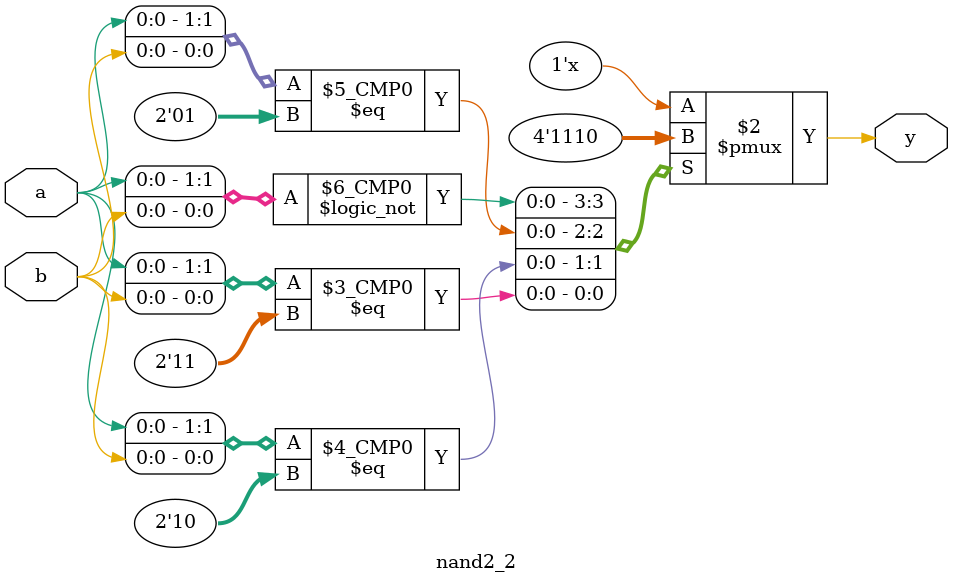
<source format=v>

module nand2_1(y,a,b);
input a,b;
output y;
nand(y,a,b);
endmodule

// 行为描述（case语句）
module nand2_2(y,a,b);
input a,b;
output y;
reg y;
always @(a,b) begin
    case ({a,b})
    2'b00: y = 1;
    2'b01: y = 1;
    2'b10: y = 1;
    2'b11: y = 0;
    default: y ='bx;
    endcase
end
endmodule


</source>
